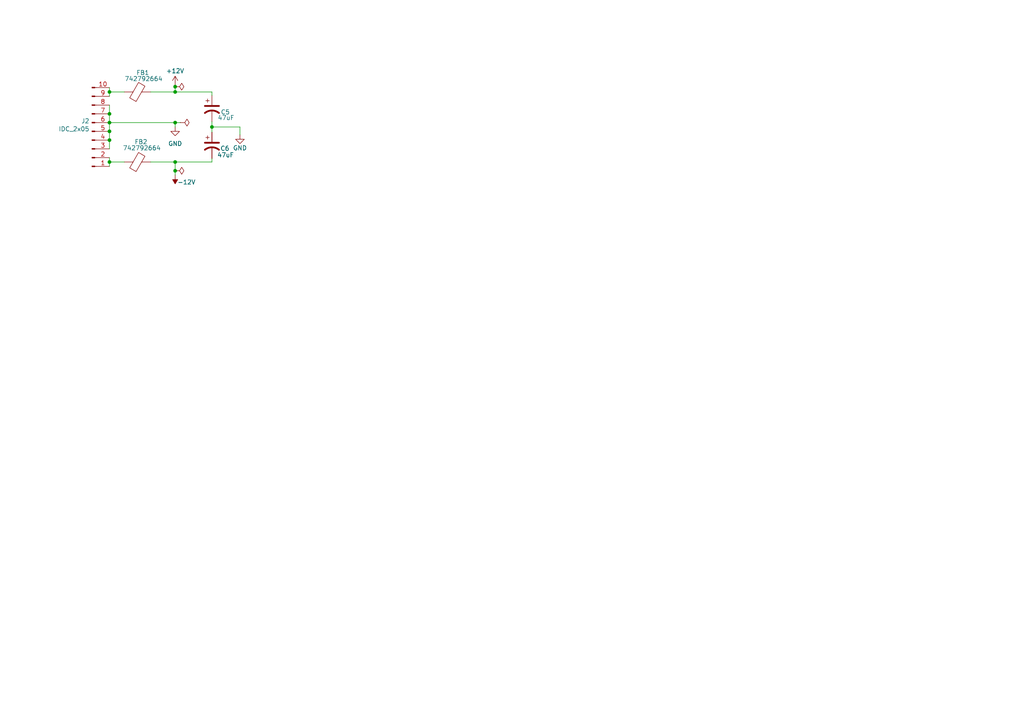
<source format=kicad_sch>
(kicad_sch (version 20211123) (generator eeschema)
  (paper "A4")
  (lib_symbols
    (symbol "Connector:Conn_01x10_Male" (pin_names (offset 1.016) hide)
      (property "Reference" "J" (at 0 12.7 0))
      (property "Value" "Conn_01x10_Male" (at 0 -15.24 0))
      (symbol "Conn_01x10_Male_1_1"
        (polyline (pts (xy 1.27 -12.7) (xy 0.8636 -12.7)) (stroke (width 0.1524)))
        (polyline (pts (xy 1.27 -10.16) (xy 0.8636 -10.16)) (stroke (width 0.1524)))
        (polyline (pts (xy 1.27 -7.62) (xy 0.8636 -7.62)) (stroke (width 0.1524)))
        (polyline (pts (xy 1.27 -5.08) (xy 0.8636 -5.08)) (stroke (width 0.1524)))
        (polyline (pts (xy 1.27 -2.54) (xy 0.8636 -2.54)) (stroke (width 0.1524)))
        (polyline (pts (xy 1.27 0) (xy 0.8636 0)) (stroke (width 0.1524)))
        (polyline (pts (xy 1.27 2.54) (xy 0.8636 2.54)) (stroke (width 0.1524)))
        (polyline (pts (xy 1.27 5.08) (xy 0.8636 5.08)) (stroke (width 0.1524)))
        (polyline (pts (xy 1.27 7.62) (xy 0.8636 7.62)) (stroke (width 0.1524)))
        (polyline (pts (xy 1.27 10.16) (xy 0.8636 10.16)) (stroke (width 0.1524)))
        (rectangle (start 0.8636 -12.573) (end 0 -12.827) (stroke (width 0.1524)) (fill (type outline)))
        (rectangle (start 0.8636 -10.033) (end 0 -10.287) (stroke (width 0.1524)) (fill (type outline)))
        (rectangle (start 0.8636 -7.493) (end 0 -7.747) (stroke (width 0.1524)) (fill (type outline)))
        (rectangle (start 0.8636 -4.953) (end 0 -5.207) (stroke (width 0.1524)) (fill (type outline)))
        (rectangle (start 0.8636 -2.413) (end 0 -2.667) (stroke (width 0.1524)) (fill (type outline)))
        (rectangle (start 0.8636 0.127) (end 0 -0.127) (stroke (width 0.1524)) (fill (type outline)))
        (rectangle (start 0.8636 2.667) (end 0 2.413) (stroke (width 0.1524)) (fill (type outline)))
        (rectangle (start 0.8636 5.207) (end 0 4.953) (stroke (width 0.1524)) (fill (type outline)))
        (rectangle (start 0.8636 7.747) (end 0 7.493) (stroke (width 0.1524)) (fill (type outline)))
        (rectangle (start 0.8636 10.287) (end 0 10.033) (stroke (width 0.1524)) (fill (type outline)))
        (pin passive line (at 5.08 10.16 180) (length 3.81) (name "Pin_1") (number "1"))
        (pin passive line (at 5.08 -12.7 180) (length 3.81) (name "Pin_10") (number "10"))
        (pin passive line (at 5.08 7.62 180) (length 3.81) (name "Pin_2") (number "2"))
        (pin passive line (at 5.08 5.08 180) (length 3.81) (name "Pin_3") (number "3"))
        (pin passive line (at 5.08 2.54 180) (length 3.81) (name "Pin_4") (number "4"))
        (pin passive line (at 5.08 0 180) (length 3.81) (name "Pin_5") (number "5"))
        (pin passive line (at 5.08 -2.54 180) (length 3.81) (name "Pin_6") (number "6"))
        (pin passive line (at 5.08 -5.08 180) (length 3.81) (name "Pin_7") (number "7"))
        (pin passive line (at 5.08 -7.62 180) (length 3.81) (name "Pin_8") (number "8"))
        (pin passive line (at 5.08 -10.16 180) (length 3.81) (name "Pin_9") (number "9"))
      )
    )
    (symbol "Device:C_Polarized_US" (pin_numbers hide) (pin_names (offset 0.254) hide)
      (property "Reference" "C" (at 0.635 2.54 0))
      (property "Value" "C_Polarized_US" (at 0.635 -2.54 0))
      (symbol "C_Polarized_US_0_1"
        (polyline (pts (xy -2.032 0.762) (xy 2.032 0.762)) (stroke (width 0.508)))
        (polyline (pts (xy -1.778 2.286) (xy -0.762 2.286)))
        (polyline (pts (xy -1.27 1.778) (xy -1.27 2.794)))
        (arc (start 2.032 -1.27) (mid 0 -0.5572) (end -2.032 -1.27) (stroke (width 0.508)))
      )
      (symbol "C_Polarized_US_1_1"
        (pin passive line (at 0 3.81 270) (length 2.794) (name "~") (number "1"))
        (pin passive line (at 0 -3.81 90) (length 3.302) (name "~") (number "2"))
      )
    )
    (symbol "Device:FerriteBead" (pin_numbers hide) (pin_names (offset 0))
      (property "Reference" "FB" (at -3.81 0.635 90))
      (property "Value" "FerriteBead" (at 3.81 0 90))
      (symbol "FerriteBead_0_1"
        (polyline (pts (xy 0 -1.27) (xy 0 -1.2192)))
        (polyline (pts (xy 0 1.27) (xy 0 1.2954)))
        (polyline (pts (xy -2.7686 0.4064) (xy -1.7018 2.2606) (xy 2.7686 -0.3048) (xy 1.6764 -2.159) (xy -2.7686 0.4064)))
      )
      (symbol "FerriteBead_1_1"
        (pin passive line (at 0 3.81 270) (length 2.54) (name "~") (number "1"))
        (pin passive line (at 0 -3.81 90) (length 2.54) (name "~") (number "2"))
      )
    )
    (symbol "power:+12V" (power) (pin_names (offset 0))
      (property "Value" "+12V" (at 0 3.556 0))
      (symbol "+12V_0_1"
        (polyline (pts (xy -0.762 1.27) (xy 0 2.54)))
        (polyline (pts (xy 0 0) (xy 0 2.54)))
        (polyline (pts (xy 0 2.54) (xy 0.762 1.27)))
      )
      (symbol "+12V_1_1"
        (pin power_in line (at 0 0 90) (length 0) hide (name "+12V") (number "1"))
      )
    )
    (symbol "power:-12V" (power) (pin_names (offset 0))
      (property "Value" "-12V" (at 0 3.81 0))
      (symbol "-12V_0_0"
        (pin power_in line (at 0 0 90) (length 0) hide (name "-12V") (number "1"))
      )
      (symbol "-12V_0_1"
        (polyline (pts (xy 0 0) (xy 0 1.27) (xy 0.762 1.27) (xy 0 2.54) (xy -0.762 1.27) (xy 0 1.27)) (fill (type outline)))
      )
    )
    (symbol "power:GND" (power) (pin_names (offset 0))
      (property "Value" "GND" (at 0 -3.81 0))
      (symbol "GND_0_1"
        (polyline (pts (xy 0 0) (xy 0 -1.27) (xy 1.27 -1.27) (xy 0 -2.54) (xy -1.27 -1.27) (xy 0 -1.27)))
      )
      (symbol "GND_1_1"
        (pin power_in line (at 0 0 270) (length 0) hide (name "GND") (number "1"))
      )
    )
    (symbol "power:PWR_FLAG" (power) (pin_numbers hide) (pin_names (offset 0) hide)
      (property "Value" "PWR_FLAG" (at 0 3.81 0))
      (symbol "PWR_FLAG_0_0"
        (pin power_out line (at 0 0 90) (length 0) (name "pwr") (number "1"))
      )
      (symbol "PWR_FLAG_0_1"
        (polyline (pts (xy 0 0) (xy 0 1.27) (xy -1.016 1.905) (xy 0 2.54) (xy 1.016 1.905) (xy 0 1.27)))
      )
    )
  )
  (junction (at 50.8 49.53))
  (junction (at 31.75 33.02))
  (junction (at 31.75 26.67))
  (junction (at 50.8 35.56))
  (junction (at 31.75 40.64))
  (junction (at 31.75 35.56))
  (junction (at 50.8 26.67))
  (junction (at 50.8 25.146))
  (junction (at 61.468 36.83))
  (junction (at 31.75 38.1))
  (junction (at 50.8 46.99))
  (junction (at 31.75 46.99))
  (wire (pts (xy 31.75 40.64) (xy 31.75 43.18)))
  (wire (pts (xy 50.8 24.638) (xy 50.8 25.146)))
  (wire (pts (xy 31.75 35.56) (xy 31.75 38.1)))
  (wire (pts (xy 50.8 46.99) (xy 50.8 49.53)))
  (wire (pts (xy 31.75 45.72) (xy 31.75 46.99)))
  (wire (pts (xy 31.75 46.99) (xy 36.068 46.99)))
  (wire (pts (xy 50.8 25.146) (xy 50.8 26.67)))
  (wire (pts (xy 50.8 49.53) (xy 50.8 50.8)))
  (wire (pts (xy 69.596 36.83) (xy 69.596 39.116)))
  (wire (pts (xy 31.75 35.56) (xy 50.8 35.56)))
  (wire (pts (xy 43.688 46.99) (xy 50.8 46.99)))
  (wire (pts (xy 50.8 46.99) (xy 61.468 46.99)))
  (wire (pts (xy 31.75 26.67) (xy 31.75 27.94)))
  (wire (pts (xy 61.468 46.99) (xy 61.468 45.974)))
  (wire (pts (xy 61.468 36.83) (xy 61.468 38.354)))
  (wire (pts (xy 52.324 35.56) (xy 50.8 35.56)))
  (wire (pts (xy 31.75 30.48) (xy 31.75 33.02)))
  (wire (pts (xy 50.8 35.56) (xy 50.8 36.83)))
  (wire (pts (xy 31.75 46.99) (xy 31.75 48.26)))
  (wire (pts (xy 31.75 33.02) (xy 31.75 35.56)))
  (wire (pts (xy 61.468 35.306) (xy 61.468 36.83)))
  (wire (pts (xy 31.75 26.67) (xy 36.068 26.67)))
  (wire (pts (xy 61.468 26.67) (xy 61.468 27.686)))
  (wire (pts (xy 50.8 26.67) (xy 61.468 26.67)))
  (wire (pts (xy 31.75 38.1) (xy 31.75 40.64)))
  (wire (pts (xy 61.468 36.83) (xy 69.596 36.83)))
  (wire (pts (xy 31.75 25.4) (xy 31.75 26.67)))
  (wire (pts (xy 43.688 26.67) (xy 50.8 26.67)))
  (symbol (lib_id "Device:FerriteBead") (at 39.878 26.67 90) (unit 1)
    (property "Reference" "FB1" (at 41.402 21.082 90))
    (property "Value" "742792664" (at 41.656 22.86 90))
    (property "Footprint" "Capacitor_SMD:C_0603_1608Metric_Pad1.08x0.95mm_HandSolder" (effects hide))
    (property "Manufacturers Name" "Wurth Elektronik " (effects hide))
    (property "Manufacturers Part Number" "742792664" (effects hide))
  )
  (symbol (lib_id "power:+12V") (at 50.8 24.638 0) (unit 1)
    (property "Reference" "#PWR0101" (effects hide))
    (property "Value" "+12V" (at 50.8 20.574 0))
  )
  (symbol (lib_id "power:GND") (at 50.8 36.83 0) (unit 1)
    (property "Reference" "#PWR0104" (effects hide))
    (property "Value" "GND" (at 50.8 41.656 0))
  )
  (symbol (lib_id "Connector:Conn_01x10_Male") (at 26.67 38.1 0) (mirror x) (unit 1)
    (property "Reference" "J2" (at 25.9588 35.1028 0) (effects (justify right)))
    (property "Value" "IDC_2x05" (at 25.9588 37.4142 0) (effects (justify right)))
    (property "Footprint" "Connector_IDC:IDC-Header_2x05_P2.54mm_Vertical" (effects hide))
    (property "Type" "Thru-hole" (effects hide))
    (property "LCSC Part #" "C706914" (effects hide))
    (property "Manufacturers Name" "XKB Connectivity " (effects hide))
    (property "Manufacturers Part Number" "X9555WV-2X05-6TV01" (effects hide))
    (property "Mfg #" "X9555WV-2X05-6TV01" (effects hide))
    (property "Package" "Straight,P=2.54mm" (effects hide))
    (property "Part Description" "IDC Connector 2x05 2.54mm Pitch Straight" (effects hide))
  )
  (symbol (lib_id "Device:FerriteBead") (at 39.878 46.99 90) (unit 1)
    (property "Reference" "FB2" (at 40.894 41.148 90))
    (property "Value" "742792664" (at 41.148 42.926 90))
    (property "Footprint" "Capacitor_SMD:C_0603_1608Metric_Pad1.08x0.95mm_HandSolder" (effects hide))
    (property "Manufacturers Name" "Wurth Elektronik " (effects hide))
    (property "Manufacturers Part Number" "742792664" (effects hide))
  )
  (symbol (lib_id "Device:C_Polarized_US") (at 61.468 42.164 0) (unit 1)
    (property "Reference" "C6" (at 63.881 43.053 0) (effects (justify left)))
    (property "Value" "47uF" (at 62.992 44.958 0) (effects (justify left)))
    (property "Footprint" "Capacitor_SMD:C_0805_2012Metric_Pad1.18x1.45mm_HandSolder" (effects hide))
    (property "Manufacturers Name" "Murata Electronics" (effects hide))
    (property "Manufacturers Part Number" "GRM219R60J476ME44D" (effects hide))
  )
  (symbol (lib_id "power:-12V") (at 50.8 50.8 180) (unit 1)
    (property "Reference" "#PWR0103" (effects hide))
    (property "Value" "-12V" (at 54.102 52.832 0))
  )
  (symbol (lib_id "power:PWR_FLAG") (at 50.8 25.146 270) (unit 1)
    (property "Reference" "#FLG0101" (effects hide))
    (property "Value" "PWR_FLAG" (effects hide))
  )
  (symbol (lib_id "power:PWR_FLAG") (at 50.8 49.53 270) (unit 1)
    (property "Reference" "#FLG0103" (effects hide))
    (property "Value" "PWR_FLAG" (effects hide))
  )
  (symbol (lib_id "Device:C_Polarized_US") (at 61.468 31.496 0) (unit 1)
    (property "Reference" "C5" (at 64.008 32.512 0) (effects (justify left)))
    (property "Value" "47uF" (at 63.119 34.163 0) (effects (justify left)))
    (property "Footprint" "Capacitor_SMD:C_0805_2012Metric_Pad1.18x1.45mm_HandSolder" (effects hide))
    (property "Manufacturers Name" "Murata Electronics" (effects hide))
    (property "Manufacturers Part Number" "GRM219R60J476ME44D" (effects hide))
  )
  (symbol (lib_id "power:GND") (at 69.596 39.116 0) (unit 1)
    (property "Reference" "#PWR0102" (effects hide))
    (property "Value" "GND" (at 69.596 42.926 0))
  )
  (symbol (lib_id "power:PWR_FLAG") (at 52.324 35.56 270) (unit 1)
    (property "Reference" "#FLG0102" (effects hide))
    (property "Value" "PWR_FLAG" (effects hide))
  )
)
</source>
